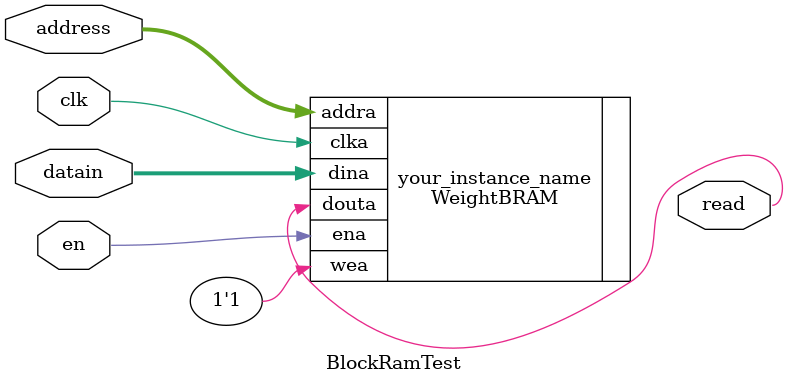
<source format=v>
`timescale 1ns / 1ps


module BlockRamTest(
    input [31:0] address,
    input clk,
    input en,
    input [7:0] datain,
    output read
);
    WeightBRAM your_instance_name (
  .clka(clk),    // input wire clka
  .ena(en),      // input wire ena
  .wea(1'b1),      // input wire [0 : 0] wea
  .addra(address),  // input wire [10 : 0] addra
  .dina(datain),    // input wire [7 : 0] dina
  .douta(read)  // output wire [7 : 0] douta
);
endmodule

</source>
